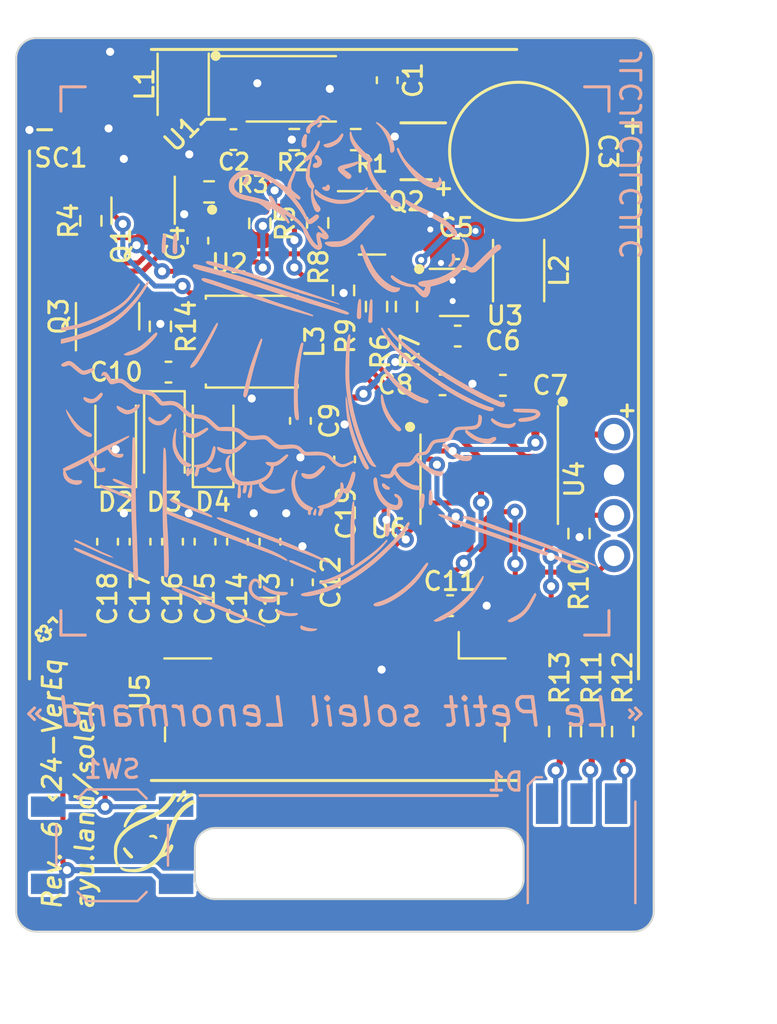
<source format=kicad_pcb>
(kicad_pcb (version 20221018) (generator pcbnew)
  (layers (0 "F.Cu" signal) (31 "B.Cu" signal) (34 "B.Paste" user) (35 "F.Paste" user) (36 "B.SilkS" user "B.Silkscreen") (37 "F.SilkS" user "F.Silkscreen") (38 "B.Mask" user) (39 "F.Mask" user) (44 "Edge.Cuts" user))
  (net 0 "")
  (net 1 "Net-(SC1-+)")
  (net 2 "GND")
  (net 3 "VDD")
  (net 4 "VRI")
  (net 5 "Net-(D2-A)")
  (net 6 "EP_VGH")
  (net 7 "Net-(D4-A)")
  (net 8 "EP_VGL")
  (net 9 "Net-(U5-VSH2)")
  (net 10 "SWCLK")
  (net 11 "SWDIO")
  (net 12 "Net-(U5-VDD)")
  (net 13 "EP_GDR")
  (net 14 "EP_RESE")
  (net 15 "Net-(U5-VSH1)")
  (net 16 "Net-(U5-VSL)")
  (net 17 "EP_BUSY")
  (net 18 "EP_NRST")
  (net 19 "EP_DCC")
  (net 20 "Net-(U5-VCOM)")
  (net 21 "Net-(D1-BA)")
  (net 22 "Net-(D1-RA)")
  (net 23 "Net-(D1-GA)")
  (net 24 "Net-(U1-LX)")
  (net 25 "Net-(U3-L)")
  (net 26 "Net-(Q1-B)")
  (net 27 "Net-(U2-Y2)")
  (net 28 "PWR_LATCH")
  (net 29 "Net-(U3-FB)")
  (net 30 "Net-(U1-VCTRL)")
  (net 31 "FLASH_CSN")
  (net 34 "VCAP")
  (net 35 "EP_CSN")
  (net 36 "SPI_SCK")
  (net 37 "SPI_MISO")
  (net 38 "SPI_MOSI")
  (net 40 "BTN_INTR")
  (net 41 "LED_R")
  (net 42 "LED_G")
  (net 43 "LED_B")
  (net 50 "VRI_SENSE")
  (footprint "Capacitor_SMD:C_0603_1608Metric" (layer "F.Cu") (at 18.6 34.2 -90)
    (fp_text reference "C13")
    (fp_text value "1u")
  )
  (footprint "Capacitor_SMD:C_0603_1608Metric" (layer "F.Cu") (at 13.8 34.2 -90)
    (fp_text reference "C16")
    (fp_text value "1u")
  )
  (footprint "Inductor_SMD:L_Sunlord_SWPA4020S" (layer "F.Cu") (at 17.7 24.35 180)
    (fp_text reference "L3")
    (fp_text value "47u")
  )
  (footprint "Resistor_SMD:R_0603_1608Metric" (layer "F.Cu") (at 15.6 16.975)
    (fp_text reference "R3")
    (fp_text value "470k")
  )
  (footprint "Resistor_SMD:R_0603_1608Metric" (layer "F.Cu") (at 9.775 18.4 -90)
    (fp_text reference "R4")
    (fp_text value "470k")
  )
  (footprint "Capacitor_SMD:C_0603_1608Metric" (layer "F.Cu") (at 20.1 28.25 -90)
    (fp_text reference "C9")
    (fp_text value "1u")
  )
  (footprint "Soleil_footprints:DMS3R3" (layer "F.Cu") (at 30.85 14.975 180)
    (fp_text reference "C3")
    (fp_text value "220m")
  )
  (footprint "Capacitor_SMD:C_0603_1608Metric" (layer "F.Cu") (at 27.1 26.475 180)
    (fp_text reference "C8")
    (fp_text value "4.7u")
  )
  (footprint "Resistor_SMD:R_0603_1608Metric" (layer "F.Cu") (at 22.825 14.4 180)
    (fp_text reference "R1")
    (fp_text value "360k")
  )
  (footprint "Resistor_SMD:R_0603_1608Metric" (layer "F.Cu") (at 33.825 33.8 -90)
    (fp_text reference "R10")
    (fp_text value "1M")
  )
  (footprint "Diode_SMD:D_SOD-123" (layer "F.Cu") (at 13.4 29.15 -90)
    (fp_text reference "D3")
    (fp_text value "MBR0530")
  )
  (footprint "Capacitor_SMD:C_0603_1608Metric" (layer "F.Cu") (at 24.375 11.475 -90)
    (fp_text reference "C1")
    (fp_text value "10u")
  )
  (footprint "Capacitor_SMD:C_0603_1608Metric" (layer "F.Cu") (at 15.05 19.375 -90)
    (fp_text reference "C4")
    (fp_text value "100n")
  )
  (footprint "Resistor_SMD:R_0603_1608Metric" (layer "F.Cu") (at 20.95 18.5 90)
    (fp_text reference "R8")
    (fp_text value "1M")
  )
  (footprint "Soleil_footprints:FPC_1x24_P0.5" (layer "F.Cu") (at 21.8 40.9)
    (fp_text reference "U5")
    (fp_text value "ZJY200200-0154DAAMFGN")
  )
  (footprint "Resistor_SMD:R_0603_1608Metric" (layer "F.Cu") (at 35.975 43.55 90)
    (fp_text reference "R12")
    (fp_text value "4.7k")
  )
  (footprint "Capacitor_SMD:C_0603_1608Metric" (layer "F.Cu") (at 22.275 30.15 -90)
    (fp_text reference "C19")
    (fp_text value "100n")
  )
  (footprint "Package_TO_SOT_SMD:Texas_R-PDSO-G6" (layer "F.Cu") (at 27.675 21.925)
    (fp_text reference "U3")
    (fp_text value "TPS61220DCK")
  )
  (footprint "Capacitor_SMD:C_0603_1608Metric" (layer "F.Cu") (at 10.6 34.2 -90)
    (fp_text reference "C18")
    (fp_text value "1u")
  )
  (footprint "Capacitor_SMD:C_0603_1608Metric" (layer "F.Cu") (at 15.4 34.2 -90)
    (fp_text reference "C15")
    (fp_text value "1u")
  )
  (footprint "Package_TO_SOT_SMD:SOT-23" (layer "F.Cu") (at 12.35 17.9 -90)
    (fp_text reference "Q1")
    (fp_text value "MMBT3904")
  )
  (footprint "Inductor_SMD:L_Sunlord_SWPA252012S" (layer "F.Cu") (at 30.85 20.85 -90)
    (fp_text reference "L2")
    (fp_text value "10u")
  )
  (footprint "Soleil_footprints:SON50P300X200X60-9N" (layer "F.Cu") (at 24.4 30.75 -90)
    (fp_text reference "U6")
    (fp_text value "W25Q16JVUXIQ" hide)
  )
  (footprint "Resistor_SMD:R_0603_1608Metric" (layer "F.Cu") (at 34.45 43.55 90)
    (fp_text reference "R11")
    (fp_text value "4.7k")
  )
  (footprint "Capacitor_SMD:C_0603_1608Metric" (layer "F.Cu") (at 12.2 34.2 -90)
    (fp_text reference "C17")
    (fp_text value "1u")
  )
  (footprint "Capacitor_SMD:C_0603_1608Metric" (layer "F.Cu") (at 27.775 19.775 180)
    (fp_text reference "C5")
    (fp_text value "10u")
  )
  (footprint "Soleil_footprints:TestPoints_1x04_P2.0" (layer "F.Cu") (at 35.55 31.9 -90)
    (fp_text reference "J1" hide)
    (fp_text value "Conn_01x04")
  )
  (footprint "Soleil_footprints:SolarPanel_3025" (layer "F.Cu") (at 21.755 27.96)
    (fp_text reference "SC1")
    (fp_text value "Solar_Cell")
  )
  (footprint "Package_TO_SOT_SMD:SOT-23" (layer "F.Cu") (at 10.6 23.1 90)
    (fp_text reference "Q3")
    (fp_text value "2N7002")
  )
  (footprint "Capacitor_SMD:C_0603_1608Metric" (layer "F.Cu") (at 27.85 24.075 180)
    (fp_text reference "C6")
    (fp_text value "10u")
  )
  (footprint "Diode_SMD:D_SOD-123" (layer "F.Cu") (at 15.8 29.15 90)
    (fp_text reference "D4")
    (fp_text value "MBR0530")
  )
  (footprint "Resistor_SMD:R_0603_1608Metric" (layer "F.Cu") (at 13.2 23.6 90)
    (fp_text reference "R14")
    (fp_text value "2.2")
  )
  (footprint "Resistor_SMD:R_0603_1608Metric" (layer "F.Cu") (at 18.1 18.525 90)
    (fp_text reference "R5")
    (fp_text value "1M")
  )
  (footprint "Capacitor_SMD:C_0603_1608Metric" (layer "F.Cu") (at 27.475 37.35 180)
    (fp_text reference "C11")
    (fp_text value "1u")
  )
  (footprint "Capacitor_SMD:C_0603_1608Metric" (layer "F.Cu") (at 17 34.2 -90)
    (fp_text reference "C14")
    (fp_text value "1u")
  )
  (footprint "Soleil_footprints:XS3A1T3157GMX" (layer "F.Cu") (at 16.6 18.85)
    (fp_text reference "U2")
    (fp_text value "XS3A1T3157GMX" hide)
  )
  (footprint "Package_TO_SOT_SMD:SOT-23" (layer "F.Cu") (at 23.625 18.5)
    (fp_text reference "Q2")
    (fp_text value "Si2301")
  )
  (footprint "Package_SO:TSSOP-8_4.4x3mm_P0.65mm" (layer "F.Cu") (at 19.65 11.9)
    (fp_text reference "U1")
    (fp_text value "SPV1040TTR")
  )
  (footprint "Capacitor_SMD:C_0603_1608Metric" (layer "F.Cu") (at 20.2 36.2 -90)
    (fp_text reference "C12")
    (fp_text value "1u")
  )
  (footprint "Resistor_SMD:R_0603_1608Metric" (layer "F.Cu") (at 19.8 14.4 180)
    (fp_text reference "R2")
    (fp_text value "220k")
  )
  (footprint "Capacitor_SMD:C_0603_1608Metric" (layer "F.Cu") (at 13.6 25.85)
    (fp_text reference "C10")
    (fp_text value "1u")
  )
  (footprint "Capacitor_SMD:C_0603_1608Metric" (layer "F.Cu") (at 30.075 26.5)
    (fp_text reference "C7")
    (fp_text value "100n")
  )
  (footprint "LOGO" (layer "F.Cu") (at 13 48.4 90)
    (fp_text reference "G***" hide)
    (fp_text value "LOGO" hide)
  )
  (footprint "Resistor_SMD:R_0603_1608Metric" (layer "F.Cu") (at 32.875 43.55 90)
    (fp_text reference "R13")
    (fp_text value "4.7k")
  )
  (footprint "Resistor_SMD:R_0603_1608Metric" (layer "F.Cu") (at 23.85 22.625 90)
    (fp_text reference "R6")
    (fp_text value "560k")
  )
  (footprint "Resistor_SMD:R_0603_1608Metric" (layer "F.Cu") (at 22.225 21.825 -90)
    (fp_text reference "R9")
    (fp_text value "1M")
  )
  (footprint "Package_SO:TSSOP-20_4.4x6.5mm_P0.65mm" (layer "F.Cu") (at 29.4 31.125 -90)
    (fp_text reference "U4")
    (fp_text value "STM32G030F6Px")
  )
  (footprint "Inductor_SMD:L_Sunlord_SWPA252012S" (layer "F.Cu") (at 14.325 11.675 -90)
    (fp_text reference "L1")
    (fp_text value "10u")
  )
  (footprint "Diode_SMD:D_SOD-123" (layer "F.Cu") (at 11 29.15 90)
    (fp_text reference "D2")
    (fp_text value "MBR0530")
  )
  (footprint "Capacitor_SMD:C_0603_1608Metric" (layer "F.Cu") (at 16.8 14.4 180)
    (fp_text reference "C2")
    (fp_text value "10u")
  )
  (footprint "Resistor_SMD:R_0603_1608Metric" (layer "F.Cu") (at 25.325 22.625 -90)
    (fp_text reference "R7")
    (fp_text value "100k")
  )
  (footprint "LOGO" (layer "B.Cu") (at 21.8 25.3 180)
    (fp_text reference "G***" hide)
    (fp_text value "LOGO" hide)
  )
  (footprint "Button_Switch_SMD:SW_SPST_TL3342" (layer "B.Cu") (at 10.825 49.15 180)
    (fp_text reference "SW1")
    (fp_text value "SW_Push")
  )
  (footprint "Soleil_footprints:LED_BRG_KA_5050-6" (layer "B.Cu") (at 33.95 49.5 -90)
    (fp_text reference "D1")
    (fp_text value "LED_RGB")
  )
  (gr_line (start 8.3 11.8) (end 8.3 13) (stroke (width 0.15)) (layer "B.SilkS"))
  (gr_line (start 34.1 38.8) (end 35.3 38.8) (stroke (width 0.15)) (layer "B.SilkS"))
  (gr_line (start 35.3 13) (end 35.3 11.8) (stroke (width 0.15)) (layer "B.SilkS"))
  (gr_line (start 8.3 37.6) (end 8.3 38.8) (stroke (width 0.15)) (layer "B.SilkS"))
  (gr_line (start 29.8 46.7) (end 15.15 46.7) (stroke (width 0.15)) (layer "B.SilkS"))
  (gr_line (start 9.5 11.8) (end 8.3 11.8) (stroke (width 0.15)) (layer "B.SilkS"))
  (gr_line (start 8.3 38.8) (end 9.5 38.8) (stroke (width 0.15)) (layer "B.SilkS"))
  (gr_line (start 35.3 11.8) (end 34.1 11.8) (stroke (width 0.15)) (layer "B.SilkS"))
  (gr_line (start 35.3 38.8) (end 35.3 37.6) (stroke (width 0.15)) (layer "B.SilkS"))
  (gr_circle (center 15.75 17.85) (end 16 17.85) (fill solid) (layer "F.SilkS"))
  (gr_line (start 15.2 13.65) (end 15.45 13.4) (stroke (width 0.15)) (layer "F.SilkS"))
  (gr_circle (center 15.925 10.275) (end 16.175 10.275) (fill solid) (layer "F.SilkS"))
  (gr_line (start 15.45 13.4) (end 16.375 13.4) (stroke (width 0.15)) (layer "F.SilkS"))
  (gr_circle (center 33.025 27.3) (end 33.275 27.3) (fill solid) (layer "F.SilkS"))
  (gr_line (start 7.7 46.725) (end 7.9 46.925) (stroke (width 0.15)) (layer "F.SilkS"))
  (gr_circle (center 25.95 20.775) (end 25.7 20.775) (fill solid) (layer "F.SilkS"))
  (gr_arc (start 7.267264 38.835068) (mid 7.080308 38.676576) (end 7.314428 38.604069) (stroke (width 0.15)) (layer "F.SilkS"))
  (gr_line (start 7.7 38.15) (end 7.9 37.95) (stroke (width 0.15)) (layer "F.SilkS"))
  (gr_arc (start 7.805316 38.526584) (mid 7.713375 38.606124) (end 7.6 38.65) (stroke (width 0.15)) (layer "F.SilkS"))
  (gr_line (start 7.9 37.95) (end 8.1 38.15) (stroke (width 0.15)) (layer "F.SilkS"))
  (gr_line (start 7.9 46.925) (end 8.1 46.725) (stroke (width 0.15)) (layer "F.SilkS"))
  (gr_arc (start 7.555317 38.652565) (mid 7.769247 38.89334) (end 7.451039 38.943341) (stroke (width 0.15)) (layer "F.SilkS"))
  (gr_arc (start 7.335158 38.610388) (mid 7.480393 38.351575) (end 7.556207 38.638449) (stroke (width 0.15)) (layer "F.SilkS"))
  (gr_arc (start 7.459507 38.995062) (mid 7.283157 39.077745) (end 7.215919 38.894947) (stroke (width 0.15)) (layer "F.SilkS"))
  (gr_circle (center 25.5 28.55) (end 25.75 28.55) (fill solid) (layer "F.SilkS"))
  (gr_arc (start 7.1 53.4) (mid 6.392893 53.107107) (end 6.1 52.4) (stroke (width 0.1)) (layer "Edge.Cuts"))
  (gr_line (start 6.1 52.4) (end 6.1 10.4) (stroke (width 0.1)) (layer "Edge.Cuts"))
  (gr_arc (start 6.1 10.4) (mid 6.392893 9.692893) (end 7.1 9.4) (stroke (width 0.1)) (layer "Edge.Cuts"))
  (gr_arc (start 31.1 50.8) (mid 30.807107 51.507107) (end 30.1 51.8) (stroke (width 0.1)) (layer "Edge.Cuts"))
  (gr_arc (start 15.9 51.8) (mid 15.192893 51.507107) (end 14.9 50.8) (stroke (width 0.1)) (layer "Edge.Cuts"))
  (gr_arc (start 37.5 52.4) (mid 37.207107 53.107107) (end 36.5 53.4) (stroke (width 0.1)) (layer "Edge.Cuts"))
  (gr_arc (start 14.9 49.3) (mid 15.192893 48.592893) (end 15.9 48.3) (stroke (width 0.1)) (layer "Edge.Cuts"))
  (gr_line (start 31.1 49.3) (end 31.1 50.8) (stroke (width 0.1)) (layer "Edge.Cuts"))
  (gr_arc (start 30.1 48.3) (mid 30.807107 48.592893) (end 31.1 49.3) (stroke (width 0.1)) (layer "Edge.Cuts"))
  (gr_line (start 30.1 51.8) (end 15.9 51.8) (stroke (width 0.1)) (layer "Edge.Cuts"))
  (gr_line (start 7.1 9.4) (end 36.5 9.4) (stroke (width 0.1)) (layer "Edge.Cuts"))
  (gr_line (start 14.9 49.3) (end 14.9 50.8) (stroke (width 0.1)) (layer "Edge.Cuts"))
  (gr_line (start 37.5 52.4) (end 37.5 10.4) (stroke (width 0.1)) (layer "Edge.Cuts"))
  (gr_line (start 7.1 53.4) (end 36.5 53.4) (stroke (width 0.1)) (layer "Edge.Cuts"))
  (gr_line (start 30.1 48.3) (end 15.9 48.3) (stroke (width 0.1)) (layer "Edge.Cuts"))
  (gr_arc (start 36.5 9.4) (mid 37.207107 9.692893) (end 37.5 10.4) (stroke (width 0.1)) (layer "Edge.Cuts"))
  (gr_text "Le Petit soleil Lenormand" (at 21.8 43.4) (layer "B.SilkS") (effects (font (size 1.38 1.38) (thickness 0.18) italic) (justify bottom mirror)))
  (gr_text "»" (at 7 42.6) (layer "B.SilkS") (effects (font (size 1 1) (thickness 0.15) bold) (justify mirror)))
  (gr_text "JLCJLCJLCJLC" (at 37 9.9 90) (layer "B.SilkS") (effects (font (size 1 1)) (justify left bottom mirror)))
  (gr_text "«" (at 36.6 42.6) (layer "B.SilkS") (effects (font (size 1 1) (thickness 0.15) bold) (justify mirror)))
  (gr_text "24-VerEq" (at 8.4 46.625 90) (layer "F.SilkS") (effects (font (size 0.9 0.9) (thickness 0.15) italic) (justify left bottom)))
  (gr_text "Rev. 6" (at 8.4 52.4 90) (layer "F.SilkS") (effects (font (size 0.9 0.9) (thickness 0.15) italic) (justify left bottom)))
  (gr_text "+" (at 36.475 14.2) (layer "F.SilkS") (effects (font (size 0.9 0.9) (thickness 0.15) bold) (justify bottom)))
  (gr_text "-" (at 7.5 14.375) (layer "F.SilkS") (effects (font (size 0.9 0.9) (thickness 0.15) bold) (justify bottom)))
  (gr_text "ayu.land/soleil" (at 10 52.4 90) (layer "F.SilkS") (effects (font (size 0.9 0.9) (thickness 0.15) bold italic) (justify left bottom)))
  (segment (start 16.7875 10.925) (end 14.4 10.925) (width 0.3) (layer "F.Cu") (net 1))
  (segment (start 35.09 11.625) (end 35.255 11.46) (width 0.5) (layer "F.Cu") (net 1))
  (segment (start 24.375 10.7) (end 24.15 10.925) (width 0.3) (layer "F.Cu") (net 1))
  (segment (start 25.3 11.625) (end 35.09 11.625) (width 0.5) (layer "F.Cu") (net 1))
  (segment (start 24.15 10.925) (end 22.5125 10.925) (width 0.3) (layer "F.Cu") (net 1))
  (segment (start 14.4 10.925) (end 14.325 10.85) (width 0.3) (layer "F.Cu") (net 1))
  (segment (start 24.375 10.7) (end 24.5 10.825) (width 0.5) (layer "F.Cu") (net 1))
  (segment (start 16.7875 10.925) (end 22.5125 10.925) (width 0.3) (layer "F.Cu") (net 1))
  (segment (start 24.375 10.7) (end 25.3 11.625) (width 0.5) (layer "F.Cu") (net 1))
  (segment (start 33.85 33.975) (end 33.825 34) (width 0.25) (layer "F.Cu") (net 2))
  (segment (start 19.55 38.575) (end 19.55 39.3) (width 0.3) (layer "F.Cu") (net 2))
  (segment (start 22.275 29.375) (end 23.625 29.375) (width 0.25) (layer "F.Cu") (net 2))
  (segment (start 26.575 22.575) (end 25.6 22.575) (width 0.3) (layer "F.Cu") (net 2))
  (segment (start 18.975 14.4) (end 19.675 14.4) (width 0.25) (layer "F.Cu") (net 2))
  (segment (start 29.725 26.925) (end 29.725 28.2625) (width 0.25) (layer "F.Cu") (net 2))
  (segment (start 15.05 18.6) (end 14.9 18.6) (width 0.25) (layer "F.Cu") (net 2))
  (segment (start 17.976808 11.625) (end 17.926808 11.575) (width 0.25) (layer "F.Cu") (net 2))
  (segment (start 19.375 36.35) (end 19.375 38.4) (width 0.3) (layer "F.Cu") (net 2))
  (segment (start 22.225 22.65) (end 22.225 21.954596) (width 0.25) (layer "F.Cu") (net 2))
  (segment (start 15.3 18.85) (end 16.3 18.85) (width 0.25) (layer "F.Cu") (net 2))
  (segment (start 26.1 14.225) (end 24.775 14.225) (width 0.25) (layer "F.Cu") (net 2))
  (segment (start 24.05 39.3) (end 24.05 40.45) (width 0.25) (layer "F.Cu") (net 2))
  (segment (start 15.05 18.6) (end 15.3 18.85) (width 0.25) (layer "F.Cu") (net 2))
  (segment (start 20.375 35.425) (end 20.3 35.425) (width 0.3) (layer "F.Cu") (net 2))
  (segment (start 24.775 14.225) (end 24.75 14.25) (width 0.25) (layer "F.Cu") (net 2))
  (segment (start 11.4 16.9625) (end 11.4 15.725) (width 0.25) (layer "F.Cu") (net 2))
  (segment (start 20.2 35.425) (end 19.375 36.25) (width 0.25) (layer "F.Cu") (net 2))
  (segment (start 33.825 34) (end 33.825 34.625) (width 0.25) (layer "F.Cu") (net 2))
  (segment (start 22.225 21.954596) (end 22.227298 21.952298) (width 0.25) (layer "F.Cu") (net 2))
  (segment (start 19.375 36.25) (end 19.375 36.35) (width 0.25) (layer "F.Cu") (net 2))
  (segment (start 24.05 40.45) (end 24.1 40.5) (width 0.25) (layer "F.Cu") (net 2))
  (segment (start 25.325 22.85) (end 25.325 23.45) (width 0.3) (layer "F.Cu") (net 2))
  (segment (start 19.375 38.4) (end 19.55 38.575) (width 0.3) (layer "F.Cu") (net 2))
  (segment (start 29.3 26.5) (end 29.725 26.925) (width 0.25) (layer "F.Cu") (net 2))
  (segment (start 13.2 23.475) (end 13.2 22.775) (width 0.25) (layer "F.Cu") (net 2))
  (segment (start 17.926808 11.575) (end 16.7875 11.575) (width 0.25) (layer "F.Cu") (net 2))
  (segment (start 14.9 18.6) (end 14.375 18.075) (width 0.25) (layer "F.Cu") (net 2))
  (segment (start 22.275 29.375) (end 22.275 28.425) (width 0.25) (layer "F.Cu") (net 2))
  (segment (start 28.25 37.35) (end 29.275 37.35) (width 0.25) (layer "F.Cu") (net 2))
  (segment (start 25.6 22.575) (end 25.325 22.85) (width 0.3) (layer "F.Cu") (net 2))
  (segment (start 23.625 29.375) (end 23.65 29.35) (width 0.25) (layer "F.Cu") (net 2))
  (via (at 11.4 32.8) (size 0.8) (drill 0.4) (layers "F.Cu" "B.Cu") (net 2))
  (via (at 28.575 26.425) (size 0.8) (drill 0.4) (layers "F.Cu" "B.Cu") (net 2))
  (via (at 17.976808 11.625) (size 0.8) (drill 0.4) (layers "F.Cu" "B.Cu") (net 2))
  (via (at 21.55 11.9) (size 0.8) (drill 0.4) (layers "F.Cu" "B.Cu") (net 2))
  (via (at 26.5 18.1) (size 0.6) (drill 0.3) (layers "F.Cu" "B.Cu") (net 2))
  (via (at 20.2 34.425) (size 0.8) (drill 0.4) (layers "F.Cu" "B.Cu") (net 2))
  (via (at 20.1 30.05) (size 0.8) (drill 0.4) (layers "F.Cu" "B.Cu") (net 2))
  (via (at 6.75 13.925) (size 0.8) (drill 0.4) (layers "F.Cu" "B.Cu") (net 2))
  (via (at 27.275 18.1) (size 0.6) (drill 0.3) (layers "F.Cu" "B.Cu") (net 2))
  (via (at 24.1 40.5) (size 0.8) (drill 0.4) (layers "F.Cu" "B.Cu") (net 2))
  (via (at 26.5 18.825) (size 0.6) (drill 0.3) (layers "F.Cu" "B.Cu") (net 2))
  (via (at 19.675 14.4) (size 0.8) (drill 0.4) (layers "F.Cu" "B.Cu") (net 2))
  (via (at 14.375 18.075) (size 0.8) (drill 0.4) (layers "F.Cu" "B.Cu") (net 2))
  (via (at 24.75 14.25) (size 0.8) (drill 0.4) (layers "F.Cu" "B.Cu") (net 2))
  (via (at 27.6 21.35) (size 0.6) (drill 0.3) (layers "F.Cu" "B.Cu") (net 2))
  (via (at 14.625 15.125) (size 0.8) (drill 0.4) (layers "F.Cu" "B.Cu") (net 2))
  (via (at 17.7 27.15) (size 0.8) (drill 0.4) (layers "F.Cu" "B.Cu") (net 2))
  (via (at 22.227298 21.952298) (size 0.8) (drill 0.4) (layers "F.Cu" "B.Cu") (net 2))
  (via (at 11.4 15.35) (size 0.8) (drill 0.4) (layers "F.Cu" "B.Cu") (net 2))
  (via (at 13.2 23.475) (size 0.8) (drill 0.4) (layers "F.Cu" "B.Cu") (net 2))
  (via (at 27.6 22.35) (size 0.6) (drill 0.3) (layers "F.Cu" "B.Cu") (net 2))
  (via (at 10.725 10.075) (size 0.8) (drill 0.4) (layers "F.Cu" "B.Cu") (net 2))
  (via (at 14.6 32.8) (size 0.8) (drill 0.4) (layers "F.Cu" "B.Cu") (net 2))
  (via (at 27.025 20.475) (size 0.6) (drill 0.3) (layers "F.Cu" "B.Cu") (net 2))
  (via (at 19.4 32.8) (size 0.8) (drill 0.4) (layers "F.Cu" "B.Cu") (net 2))
  (via (at 33.85 33.975) (size 0.8) (drill 0.4) (layers "F.Cu" "B.Cu") (net 2))
  (via (at 22.275 28.425) (size 0.8) (drill 0.4) (layers "F.Cu" "B.Cu") (net 2))
  (via (at 29.275 37.35) (size 0.8) (drill 0.4) (layers "F.Cu" "B.Cu") (net 2))
  (via (at 11 29.65) (size 0.8) (drill 0.4) (layers "F.Cu" "B.Cu") (net 2))
  (via (at 17.8 32.8) (size 0.8) (drill 0.4) (layers "F.Cu" "B.Cu") (net 2))
  (via (at 10.65 13.85) (size 0.8) (drill 0.4) (layers "F.Cu" "B.Cu") (net 2))
  (segment (start 27.2 24.85) (end 27.2 25.7) (width 0.3) (layer "F.Cu") (net 3))
  (segment (start 30.375 28.2625) (end 30.375 29.25) (width 0.3) (layer "F.Cu") (net 3))
  (segment (start 23.207016 26.917984) (end 23.025 27.1) (width 0.3) (layer "F.Cu") (net 3))
  (segment (start 21.378929 30.95) (end 21.378929 35.796071) (width 0.3) (layer "F.Cu") (net 3))
  (segment (start 27.85 24.85) (end 28.625 24.075) (width 0.3) (layer "F.Cu") (net 3))
  (segment (start 21.403929 30.925) (end 21.378929 30.95) (width 0.25) (layer "F.Cu") (net 3))
  (segment (start 27.2 25.7) (end 27.1 25.7) (width 0.3) (layer "F.Cu") (net 3))
  (segment (start 14.629245 21.949998) (end 18.174998 21.949998) (width 0.25) (layer "F.Cu") (net 3))
  (segment (start 20.1 26.55) (end 19.2 25.65) (width 0.3) (layer "F.Cu") (net 3))
  (segment (start 11.35 18.55) (end 10.375 17.575) (width 0.25) (layer "F.Cu") (net 3))
  (segment (start 27.85 24.85) (end 25.25 24.85) (width 0.3) (layer "F.Cu") (net 3))
  (segment (start 30.375 27.606544) (end 30.375 28.2625) (width 0.3) (layer "F.Cu") (net 3))
  (segment (start 30.375 26.975) (end 30.375 28.2625) (width 0.25) (layer "F.Cu") (net 3))
  (segment (start 19.2 22.975) (end 19.2 24.35) (width 0.25) (layer "F.Cu") (net 3))
  (segment (start 18.174998 21.949998) (end 19.2 22.975) (width 0.25) (layer "F.Cu") (net 3))
  (segment (start 21.378929 35.796071) (end 20.2 36.975) (width 0.3) (layer "F.Cu") (net 3))
  (segment (start 25.15 31.65) (end 25.15 32.15) (width 0.25) (layer "F.Cu") (net 3))
  (segment (start 23.025 27.1) (end 20.475 27.1) (width 0.3) (layer "F.Cu") (net 3))
  (segment (start 30.05 25.7) (end 30.85 26.5) (width 0.3) (layer "F.Cu") (net 3))
  (segment (start 30.85 26.5) (end 30.375 26.975) (width 0.25) (layer "F.Cu") (net 3))
  (segment (start 27.1 25.7) (end 26.325 26.475) (width 0.3) (layer "F.Cu") (net 3))
  (segment (start 34.45 28.925) (end 35.525 28.925) (width 0.3) (layer "F.Cu") (net 3))
  (segment (start 22.275 30.925) (end 21.403929 30.925) (width 0.25) (layer "F.Cu") (net 3))
  (segment (start 14.290019 21.610772) (end 14.629245 21.949998) (width 0.25) (layer "F.Cu") (net 3))
  (segment (start 10.375 17.575) (end 9.775 17.575) (width 0.25) (layer "F.Cu") (net 3))
  (segment (start 31.15 30.025) (end 33.35 30.025) (width 0.3) (layer "F.Cu") (net 3))
  (segment (start 21.378929 28.403929) (end 21.378929 30.95) (width 0.3) (layer "F.Cu") (net 3))
  (segment (start 19.2 25.65) (end 19.2 24.35) (width 0.3) (layer "F.Cu") (net 3))
  (segment (start 30.05 25.7) (end 27.2 25.7) (width 0.3) (layer "F.Cu") (net 3))
  (segment (start 24.775 25.35) (end 25.25 24.875) (width 0.25) (layer "F.Cu") (net 3))
  (segment (start 35.525 28.925) (end 35.55 28.9) (width 0.3) (layer "F.Cu") (net 3))
  (segment (start 33.35 30.025) (end 34.45 28.925) (width 0.3) (layer "F.Cu") (net 3))
  (segment (start 24.925 31.425) (end 25.15 31.65) (width 0.25) (layer "F.Cu") (net 3))
  (segment (start 20.1 26.55) (end 20.1 27.475) (width 0.3) (layer "F.Cu") (net 3))
  (segment (start 22.275 30.925) (end 22.775 31.425) (width 0.25) (layer "F.Cu") (net 3))
  (segment (start 20.1 27.125) (end 21.378929 28.403929) (width 0.3) (layer "F.Cu") (net 3))
  (segment (start 30.375 29.25) (end 31.15 30.025) (width 0.3) (layer "F.Cu") (net 3))
  (segment (start 25.25 24.875) (end 25.25 24.85) (width 0.25) (layer "F.Cu") (net 3))
  (segment (start 23.85 23.45) (end 25.25 24.85) (width 0.3) (layer "F.Cu") (net 3))
  (segment (start 22.775 31.425) (end 24.925 31.425) (width 0.25) (layer "F.Cu") (net 3))
  (segment (start 20.475 27.1) (end 20.1 27.475) (width 0.3) (layer "F.Cu") (net 3))
  (via (at 23.207016 26.917984) (size 0.8) (drill 0.4) (layers "F.Cu" "B.Cu") (net 3))
  (via (at 14.290019 21.610772) (size 0.8) (drill 0.4) (layers "F.Cu" "B.Cu") (net 3))
  (via (at 24.775 25.35) (size 0.8) (drill 0.4) (layers "F.Cu" "B.Cu") (net 3))
  (via (at 11.35 18.55) (size 0.8) (drill 0.4) (layers "F.Cu" "B.Cu") (net 3))
  (segment (start 12.935772 21.610772) (end 11.35 20.025) (width 0.25) (layer "B.Cu") (net 3))
  (segment (start 11.35 20.025) (end 11.35 18.55) (width 0.25) (layer "B.Cu") (net 3))
  (segment (start 14.290019 21.610772) (end 12.935772 21.610772) (width 0.25) (layer "B.Cu") (net 3))
  (segment (start 23.207016 26.917984) (end 24.775 25.35) (width 0.3) (layer "B.Cu") (net 3))
  (segment (start 26.05 20.85) (end 26.475 21.275) (width 0.3) (layer "F.Cu") (net 4))
  (segment (start 28.8 20.025) (end 28.55 19.775) (width 0.3) (layer "F.Cu") (net 4))
  (segment (start 28.075 17.3) (end 24.280196 17.3) (width 0.25) (layer "F.Cu") (net 4))
  (segment (start 26.475 21.275) (end 26.575 21.275) (width 0.3) (layer "F.Cu") (net 4))
  (segment (start 23.35 19.075) (end 22.975 19.45) (width 0.25) (layer "F.Cu") (net 4))
  (segment (start 23.35 18.230196) (end 23.35 19.075) (width 0.25) (layer "F.Cu") (net 4))
  (segment (start 16.9 19.35) (end 17.35 19.35) (width 0.25) (layer "F.Cu") (net 4))
  (segment (start 17.35 19.35) (end 17.35 19.752292) (width 0.25) (layer "F.Cu") (net 4))
  (segment (start 21.075 19.45) (end 20.95 19.325) (width 0.25) (layer "F.Cu") (net 4))
  (segment (start 24.280196 17.3) (end 23.35 18.230196) (width 0.25) (layer "F.Cu") (net 4))
  (segment (start 17.35 19.752292) (end 17.622708 20.025) (width 0.25) (layer "F.Cu") (net 4))
  (segment (start 22.975 19.45) (end 22.6875 19.45) (width 0.25) (layer "F.Cu") (net 4))
  (segment (start 26.05 20.325) (end 26.05 20.85) (width 0.3) (layer "F.Cu") (net 4))
  (segment (start 28.55 21.05) (end 28.775 21.275) (width 0.3) (layer "F.Cu") (net 4))
  (segment (start 28.55 19.775) (end 28.55 21.05) (width 0.3) (layer "F.Cu") (net 4))
  (segment (start 17.622708 20.025) (end 20.25 20.025) (width 0.25) (layer "F.Cu") (net 4))
  (segment (start 22.6875 19.45) (end 21.075 19.45) (width 0.25) (layer "F.Cu") (net 4))
  (segment (start 20.25 20.025) (end 20.95 19.325) (width 0.25) (layer "F.Cu") (net 4))
  (segment (start 30.85 20.025) (end 28.8 20.025) (width 0.3) (layer "F.Cu") (net 4))
  (via (at 28.725 18.9) (size 0.6) (drill 0.3) (layers "F.Cu" "B.Cu") (net 4))
  (via (at 26.05 20.325) (size 0.6) (drill 0.3) (layers "F.Cu" "B.Cu") (net 4))
  (segment (start 28.725 18.9) (end 27.475 18.9) (width 0.3) (layer "B.Cu") (net 4))
  (segment (start 27.475 18.9) (end 26.05 20.325) (width 0.3) (layer "B.Cu") (net 4))
  (segment (start 13.4 27.5) (end 13.4 26.425) (width 0.25) (layer "F.Cu") (net 5))
  (segment (start 13.4 26.425) (end 12.825 25.85) (width 0.25) (layer "F.Cu") (net 5))
  (segment (start 11 27.5) (end 13.4 27.5) (width 0.25) (layer "F.Cu") (net 5))
  (segment (start 15.8 30.8) (end 16.15 31.15) (width 0.25) (layer "F.Cu") (net 6))
  (segment (start 15.4 34.975) (end 17.55 37.125) (width 0.25) (layer "F.Cu") (net 6))
  (segment (start 16.15 34.225) (end 15.4 34.975) (width 0.25) (layer "F.Cu") (net 6))
  (segment (start 16.15 31.15) (end 16.15 34.225) (width 0.25) (layer "F.Cu") (net 6))
  (segment (start 15.4 34.975) (end 15.475 34.975) (width 0.25) (layer "F.Cu") (net 6))
  (segment (start 17.55 37.125) (end 17.55 39.3) (width 0.25) (layer "F.Cu") (net 6))
  (segment (start 10.6125 22.175) (end 10.825 22.175) (width 0.25) (layer "F.Cu") (net 7))
  (segment (start 14.4 25.85) (end 15 26.45) (width 0.25) (layer "F.Cu") (net 7))
  (segment (start 14.375 25.85) (end 15.9 25.85) (width 0.25) (layer "F.Cu") (net 7))
  (segment (start 15.725 27.5) (end 15.8 27.5) (width 0.25) (layer "F.Cu") (net 7))
  (segment (start 14.074998 22.349998) (end 15.524998 22.349998) (width 0.25) (layer "F.Cu") (net 7))
  (segment (start 10.925 22.075) (end 13.8 22.075) (width 0.25) (layer "F.Cu") (net 7))
  (segment (start 13.8 22.075) (end 14.074998 22.349998) (width 0.25) (layer "F.Cu") (net 7))
  (segment (start 10.6 22.1625) (end 10.6125 22.175) (width 0.25) (layer "F.Cu") (net 7))
  (segment (start 15 26.45) (end 15 26.775) (width 0.25) (layer "F.Cu") (net 7))
  (segment (start 14.375 25.85) (end 14.4 25.85) (width 0.25) (layer "F.Cu") (net 7))
  (segment (start 15.524998 22.349998) (end 16.2 23.025) (width 0.25) (layer "F.Cu") (net 7))
  (segment (start 10.825 22.175) (end 10.925 22.075) (width 0.25) (layer "F.Cu") (net 7))
  (segment (start 15 26.775) (end 15.725 27.5) (width 0.25) (layer "F.Cu") (net 7))
  (segment (start 16.2 23.025) (end 16.2 24.35) (width 0.25) (layer "F.Cu") (net 7))
  (segment (start 16.55 38.55) (end 16.55 39.3) (width 0.25) (layer "F.Cu") (net 8))
  (segment (start 15.025 37.8) (end 15.8 37.8) (width 0.25) (layer "F.Cu") (net 8))
  (segment (start 13.05 34.125) (end 12.2 34.975) (width 0.25) (layer "F.Cu") (net 8))
  (segment (start 12.2 34.975) (end 12.225 34.975) (width 0.25) (layer "F.Cu") (net 8))
  (segment (start 15.8 37.8) (end 16.55 38.55) (width 0.25) (layer "F.Cu") (net 8))
  (segment (start 13.4 30.8) (end 13.05 31.15) (width 0.25) (layer "F.Cu") (net 8))
  (segment (start 12.2 34.975) (end 15.025 37.8) (width 0.25) (layer "F.Cu") (net 8))
  (segment (start 13.05 31.15) (end 13.05 34.125) (width 0.25) (layer "F.Cu") (net 8))
  (segment (start 25.55 38.5) (end 25.55 39.3) (width 0.25) (layer "F.Cu") (net 9))
  (segment (start 26.7 37.35) (end 25.55 38.5) (width 0.25) (layer "F.Cu") (net 9))
  (segment (start 33.9 32.9) (end 35.55 32.9) (width 0.25) (layer "F.Cu") (net 10))
  (segment (start 31.675 33.9875) (end 31.675 33.250001) (width 0.25) (layer "F.Cu") (net 10))
  (segment (start 33.825 32.975) (end 33.9 32.9) (width 0.25) (layer "F.Cu") (net 10))
  (segment (start 31.950001 32.975) (end 33.825 32.975) (width 0.25) (layer "F.Cu") (net 10))
  (segment (start 31.675 33.250001) (end 31.950001 32.975) (width 0.25) (layer "F.Cu") (net 10))
  (segment (start 34.750001 35.699999) (end 35.55 34.9) (width 0.25) (layer "F.Cu") (net 11))
  (segment (start 32.116897 35.699999) (end 34.750001 35.699999) (width 0.25) (layer "F.Cu") (net 11))
  (segment (start 31.025 33.9875) (end 31.025 34.608102) (width 0.25) (layer "F.Cu") (net 11))
  (segment (start 31.025 34.608102) (end 32.116897 35.699999) (width 0.25) (layer "F.Cu") (net 11))
  (segment (start 18.85 35.225) (end 18.6 34.975) (width 0.25) (layer "F.Cu") (net 12))
  (segment (start 18.55 35.025) (end 18.6 34.975) (width 0.25) (layer "F.Cu") (net 12))
  (segment (start 18.55 39.3) (end 18.55 35.025) (width 0.25) (layer "F.Cu") (net 12))
  (segment (start 27.05 39.3) (end 27.05 40.265686) (width 0.25) (layer "F.Cu") (net 13))
  (segment (start 9.2 24.95) (end 9.65 24.5) (width 0.25) (layer "F.Cu") (net 13))
  (segment (start 9.859315 44.2) (end 9.2 43.540686) (width 0.25) (layer "F.Cu") (net 13))
  (segment (start 9.2 43.540686) (end 9.2 24.6) (width 0.25) (layer "F.Cu") (net 13))
  (segment (start 27.05 40.265686) (end 23.115685 44.2) (width 0.25) (layer "F.Cu") (net 13))
  (segment (start 9.65 24.5) (end 9.65 24.0375) (width 0.25) (layer "F.Cu") (net 13))
  (segment (start 23.115685 44.2) (end 9.859315 44.2) (width 0.25) (layer "F.Cu") (net 13))
  (segment (start 9.6 26.45) (end 11.55 24.5) (width 0.25) (layer "F.Cu") (net 14))
  (segment (start 9.6 43.375) (end 9.6 26.1) (width 0.25) (layer "F.Cu") (net 14))
  (segment (start 10.025 43.8) (end 9.6 43.375) (width 0.25) (layer "F.Cu") (net 14))
  (segment (start 22.95 43.8) (end 10.025 43.8) (width 0.25) (layer "F.Cu") (net 14))
  (segment (start 26.55 39.3) (end 26.55 40.2) (width 0.25) (layer "F.Cu") (net 14))
  (segment (start 26.55 40.2) (end 22.95 43.8) (width 0.25) (layer "F.Cu") (net 14))
  (segment (start 11.55 24.5) (end 11.55 24.0375) (width 0.25) (layer "F.Cu") (net 14))
  (segment (start 13.2 24.425) (end 11.7 24.425) (width 0.25) (layer "F.Cu") (net 14))
  (segment (start 17 34.975) (end 18.05 36.025) (width 0.25) (layer "F.Cu") (net 15))
  (segment (start 18.05 36.025) (end 18.05 39.3) (width 0.25) (layer "F.Cu") (net 15))
  (segment (start 13.8 34.975) (end 17.05 38.225) (width 0.25) (layer "F.Cu") (net 16))
  (segment (start 17.05 38.225) (end 17.05 39.3) (width 0.25) (layer "F.Cu") (net 16))
  (segment (start 13.8 34.975) (end 13.875 34.975) (width 0.25) (layer "F.Cu") (net 16))
  (segment (start 25.725 36.4) (end 28.615685 36.4) (width 0.25) (layer "F.Cu") (net 17))
  (segment (start 23.55 39.3) (end 23.55 38.575) (width 0.25) (layer "F.Cu") (net 17))
  (segment (start 28.615685 36.4) (end 30.375 34.640685) (width 0.25) (layer "F.Cu") (net 17))
  (segment (start 30.375 34.640685) (end 30.375 33.9875) (width 0.25) (layer "F.Cu") (net 17))
  (segment (start 23.55 38.575) (end 25.725 36.4) (width 0.25) (layer "F.Cu") (net 17))
  (segment (start 25.559315 36) (end 23.05 38.509314) (width 0.25) (layer "F.Cu") (net 18))
  (segment (start 23.05 38.509314) (end 23.05 39.3) (width 0.25) (layer "F.Cu") (net 18))
  (segment (start 28.3625 36) (end 25.559315 36) (width 0.25) (layer "F.Cu") (net 18))
  (segment (start 29.725 34.6375) (end 28.3625 36) (width 0.25) (layer "F.Cu") (net 18))
  (segment (start 29.725 33.9875) (end 29.725 34.6375) (width 0.25) (layer "F.Cu") (net 18))
  (segment (start 27.775 28.2625) (end 27.775 28.883102) (width 0.25) (layer "F.Cu") (net 19))
  (segment (start 22.55 38.443628) (end 22.55 39.3) (width 0.25) (layer "F.Cu") (net 19))
  (segment (start 25.393628 35.6) (end 22.55 38.443628) (width 0.25) (layer "F.Cu") (net 19))
  (segment (start 27.807904 35.6) (end 25.393628 35.6) (width 0.25) (layer "F.Cu") (net 19))
  (segment (start 29 30.143456) (end 27.775 28.918456) (width 0.3) (layer "F.Cu") (net 19))
  (segment (start 29 32.275) (end 29 30.143456) (width 0.3) (layer "F.Cu") (net 19))
  (segment (start 27.775 28.918456) (end 27.775 28.2625) (width 0.3) (layer "F.Cu") (net 19))
  (segment (start 28.155266 35.252638) (end 27.807904 35.6) (width 0.25) (layer "F.Cu") (net 19))
  (via (at 28.155266 35.252638) (size 0.8) (drill 0.4) (layers "F.Cu" "B.Cu") (net 19))
  (via (at 29 32.275) (size 0.8) (drill 0.4) (layers "F.Cu" "B.Cu") (net 19))
  (segment (start 28.155266 35.169734) (end 29 34.325) (width 0.25) (layer "B.Cu") (net 19))
  (segment (start 28.155266 35.252638) (end 28.155266 35.169734) (width 0.25) (layer "B.Cu") (net 19))
  (segment (start 29 34.325) (end 29 32.275) (width 0.25) (layer "B.Cu") (net 19))
  (segment (start 16.05 38.65) (end 15.7 38.3) (width 0.25) (layer "F.Cu") (net 20))
  (segment (start 13.925 38.3) (end 10.6 34.975) (width 0.25) (layer "F.Cu") (net 20))
  (segment (start 16.05 39.3) (end 16.05 38.65) (width 0.25) (layer "F.Cu") (net 20))
  (segment (start 15.7 38.3) (end 13.925 38.3) (width 0.25) (layer "F.Cu") (net 20))
  (segment (start 32.875 44.375) (end 32.875 44.5) (width 0.25) (layer "F.Cu") (net 21))
  (segment (start 32.875 45.1) (end 32.725 45.25) (width 0.3) (layer "F.Cu") (net 21))
  (segment (start 32.875 44.375) (end 32.875 45.1) (width 0.3) (layer "F.Cu") (net 21))
  (via (at 32.675 45.4675) (size 0.8) (drill 0.4) (layers "F.Cu" "B.Cu") (net 21))
  (segment (start 32.675 45.4675) (end 32.675 46.4925) (width 0.25) (layer "B.Cu") (net 21))
  (segment (start 32.675 46.4925) (end 32.25 46.9175) (width 0.25) (layer "B.Cu") (net 21))
  (segment (start 34.45 44.375) (end 34.45 45.1) (width 0.3) (layer "F.Cu") (net 22))
  (segment (start 34.45 45.1) (end 34.4 45.15) (width 0.3) (layer "F.Cu") (net 22))
  (via (at 34.375 45.4425) (size 0.8) (drill 0.4) (layers "F.Cu" "B.Cu") (net 22))
  (segment (start 34.375 46.4925) (end 33.95 46.9175) (width 0.25) (layer "B.Cu") (net 22))
  (segment (start 34.375 45.4425) (end 34.375 46.4925) (width 0.25) (layer "B.Cu") (net 22))
  (segment (start 35.975 45.1) (end 35.975 44.375) (width 0.3) (layer "F.Cu") (net 23))
  (segment (start 36.05 45.175) (end 35.975 45.1) (width 0.3) (layer "F.Cu") (net 23))
  (via (at 36.075 45.4425) (size 0.8) (drill 0.4) (layers "F.Cu" "B.Cu") (net 23))
  (segment (start 36.075 46.4925) (end 35.65 46.9175) (width 0.25) (layer "B.Cu") (net 23))
  (segment (start 36.075 45.4425) (end 36.075 46.4925) (width 0.25) (layer "B.Cu") (net 23))
  (segment (start 14.6 12.225) (end 14.325 12.5) (width 0.3) (layer "F.Cu") (net 24))
  (segment (start 16.7875 12.225) (end 14.6 12.225) (width 0.3) (layer "F.Cu") (net 24))
  (segment (start 14.4625 16.9625) (end 14.475 16.975) (width 0.25) (layer "F.Cu") (net 26))
  (segment (start 14.775 16.975) (end 13.3125 16.975) (width 0.25) (layer "F.Cu") (net 26))
  (segment (start 13.3125 16.975) (end 13.3 16.9625) (width 0.25) (layer "F.Cu") (net 26))
  (segment (start 12.680196 17.825) (end 12.680196 16.219804) (width 0.25) (layer "F.Cu") (net 27))
  (segment (start 12.104595 20.475) (end 12.925 19.654595) (width 0.25) (layer "F.Cu") (net 27))
  (segment (start 16.3 18.35) (end 16.3 17.1) (width 0.25) (layer "F.Cu") (net 27))
  (segment (start 8.475 50.075) (end 8.4 50) (width 0.25) (layer "F.Cu") (net 27))
  (segment (start 12.680196 16.219804) (end 12.95 15.95) (width 0.25) (layer "F.Cu") (net 27))
  (segment (start 16.3 17.1) (end 16.425 16.975) (width 0.25) (layer "F.Cu") (net 27))
  (segment (start 12.925 19.654595) (end 12.925 18.069804) (width 0.25) (layer "F.Cu") (net 27))
  (segment (start 10.129118 20.475) (end 12.104595 20.475) (width 0.25) (layer "F.Cu") (net 27))
  (segment (start 8.4 50) (end 8.4 22.204118) (width 0.25) (layer "F.Cu") (net 27))
  (segment (start 12.925 18.069804) (end 12.680196 17.825) (width 0.25) (layer "F.Cu") (net 27))
  (segment (start 8.4 22.204118) (end 10.129118 20.475) (width 0.25) (layer "F.Cu") (net 27))
  (segment (start 12.95 15.95) (end 15.4 15.95) (width 0.25) (layer "F.Cu") (net 27))
  (segment (start 15.4 15.95) (end 16.425 16.975) (width 0.25) (layer "F.Cu") (net 27))
  (via (at 8.6 50.375) (size 0.8) (drill 0.4) (layers "F.Cu" "B.Cu") (net 27))
  (segment (start 12.875 50.375) (end 8.6 50.375) (width 0.3) (layer "B.Cu") (net 27))
  (segment (start 8.6 50.375) (end 7.925 51.05) (width 0.25) (layer "B.Cu") (net 27))
  (segment (start 13.975 51.05) (end 13.55 51.05) (width 0.3) (layer "B.Cu") (net 27))
  (segment (start 13.55 51.05) (end 12.875 50.375) (width 0.3) (layer "B.Cu") (net 27))
  (segment (start 7.925 51.05) (end 7.675 51.05) (width 0.25) (layer "B.Cu") (net 27))
  (segment (start 16.9 18.35) (end 17.45 18.35) (width 0.25) (layer "F.Cu") (net 28))
  (segment (start 18.125 17.675) (end 18.1 17.7) (width 0.25) (layer "F.Cu") (net 28))
  (segment (start 20.95 17.675) (end 18.125 17.675) (width 0.25) (layer "F.Cu") (net 28))
  (segment (start 20.7 22.890686) (end 26.071814 28.2625) (width 0.25) (layer "F.Cu") (net 28))
  (segment (start 20.7 21.6) (end 20.7 22.890686) (width 0.25) (layer "F.Cu") (net 28))
  (segment (start 17.45 18.35) (end 18.1 17.7) (width 0.25) (layer "F.Cu") (net 28))
  (segment (start 19.8 20.7) (end 20.7 21.6) (width 0.25) (layer "F.Cu") (net 28))
  (segment (start 19.805208 19.35) (end 19.805208 17.675) (width 0.25) (layer "F.Cu") (net 28))
  (segment (start 20.95 17.675) (end 22.5625 17.675) (width 0.25) (layer "F.Cu") (net 28))
  (segment (start 22.5625 17.675) (end 22.6875 17.55) (width 0.25) (layer "F.Cu") (net 28))
  (segment (start 26.071814 28.2625) (end 26.475 28.2625) (width 0.25) (layer "F.Cu") (net 28))
  (via (at 19.8 20.7) (size 0.8) (drill 0.4) (layers "F.Cu" "B.Cu") (net 28))
  (via (at 19.805208 19.35) (size 0.8) (drill 0.4) (layers "F.Cu" "B.Cu") (net 28))
  (segment (start 19.805208 20.694792) (end 19.805208 19.35) (width 0.25) (layer "B.Cu") (net 28))
  (segment (start 19.8 20.7) (end 19.805208 20.694792) (width 0.25) (layer "B.Cu") (net 28))
  (segment (start 25.45 21.925) (end 25.325 21.8) (width 0.3) (layer "F.Cu") (net 29))
  (segment (start 25.325 21.8) (end 23.85 21.8) (width 0.3) (layer "F.Cu") (net 29))
  (segment (start 26.575 21.925) (end 25.45 21.925) (width 0.3) (layer "F.Cu") (net 29))
  (segment (start 22 12.875) (end 22.5125 12.875) (width 0.3) (layer "F.Cu") (net 30))
  (segment (start 22 14.4) (end 20.625 14.4) (width 0.3) (layer "F.Cu") (net 30))
  (segment (start 22 14.4) (end 22 12.875) (width 0.3) (layer "F.Cu") (net 30))
  (segment (start 27.5999 29.733306) (end 25.408306 29.733306) (width 0.25) (layer "F.Cu") (net 31))
  (segment (start 25.15 29.475) (end 25.15 29.35) (width 0.25) (layer "F.Cu") (net 31))
  (segment (start 31.675 29.325) (end 31.675 28.2625) (width 0.25) (layer "F.Cu") (net 31))
  (segment (start 25.408306 29.733306) (end 25.15 29.475) (width 0.25) (layer "F.Cu") (net 31))
  (via (at 31.675 29.325) (size 0.8) (drill 0.4) (layers "F.Cu" "B.Cu") (net 31))
  (via (at 27.5999 29.733306) (size 0.8) (drill 0.4) (layers "F.Cu" "B.Cu") (net 31))
  (segment (start 27.675654 29.657552) (end 31.342448 29.657552) (width 0.25) (layer "B.Cu") (net 31))
  (segment (start 31.342448 29.657552) (end 31.675 29.325) (width 0.25) (layer "B.Cu") (net 31))
  (segment (start 27.5999 29.733306) (end 27.675654 29.657552) (width 0.25) (layer "B.Cu") (net 31))
  (segment (start 15.325 20.425) (end 17.972568 20.425) (width 0.25) (layer "F.Cu") (net 34))
  (segment (start 17.575 14.4) (end 18.35 15.175) (width 0.3) (layer "F.Cu") (net 34))
  (segment (start 15.85 19.35) (end 15.05 20.15) (width 0.25) (layer "F.Cu") (net 34))
  (segment (start 18.35 16.422761) (end 18.827757 16.900518) (width 0.25) (layer "F.Cu") (net 34))
  (segment (start 18.35 15.175) (end 18.35 16.422761) (width 0.25) (layer "F.Cu") (net 34))
  (segment (start 13.040686 20.175) (end 15.025 20.175) (width 0.25) (layer "F.Cu") (net 34))
  (segment (start 10.3 20.875) (end 12.340686 20.875) (width 0.25) (layer "F.Cu") (net 34))
  (segment (start 17.575 14.4) (end 17.3 14.125) (width 0.25) (layer "F.Cu") (net 34))
  (segment (start 10.475 45.4) (end 8.8 43.725) (width 0.25) (layer "F.Cu") (net 34))
  (segment (start 17.972568 20.425) (end 18.247568 20.7) (width 0.25) (layer "F.Cu") (net 34))
  (segment (start 8.8 22.375) (end 10.3 20.875) (width 0.25) (layer "F.Cu") (net 34))
  (segment (start 16.9 18.85) (end 17.6 18.85) (width 0.25) (layer "F.Cu") (net 34))
  (segment (start 15.05 20.15) (end 15.325 20.425) (width 0.25) (layer "F.Cu") (net 34))
  (segment (start 17.3 12.875) (end 16.7875 12.875) (width 0.25) (layer "F.Cu") (net 34))
  (segment (start 17.6 18.85) (end 18.1 19.35) (width 0.25) (layer "F.Cu") (net 34))
  (segment (start 15.025 20.175) (end 15.05 20.15) (width 0.25) (layer "F.Cu") (net 34))
  (segment (start 24.85 15.725) (end 26.1 15.725) (width 0.3) (layer "F.Cu") (net 34))
  (segment (start 8.8 43.725) (end 8.8 22.375) (width 0.25) (layer "F.Cu") (net 34))
  (segment (start 18.35 15.175) (end 22.875 15.175) (width 0.3) (layer "F.Cu") (net 34))
  (segment (start 23.65 14.525) (end 24.85 15.725) (width 0.3) (layer "F.Cu") (net 34))
  (segment (start 17.3 14.125) (end 17.3 12.875) (width 0.25) (layer "F.Cu") (net 34))
  (segment (start 18.1 18.8) (end 18.25 18.65) (width 0.25) (layer "F.Cu") (net 34))
  (segment (start 22.875 15.175) (end 23.65 14.4) (width 0.3) (layer "F.Cu") (net 34))
  (segment (start 18.1 19.35) (end 18.1 18.8) (width 0.25) (layer "F.Cu") (net 34))
  (segment (start 12.340686 20.875) (end 13.040686 20.175) (width 0.25) (layer "F.Cu") (net 34))
  (segment (start 10.475 47.25) (end 10.475 45.4) (width 0.25) (layer "F.Cu") (net 34))
  (segment (start 23.65 14.4) (end 23.65 14.525) (width 0.3) (layer "F.Cu") (net 34))
  (segment (start 16.3 19.35) (end 15.85 19.35) (width 0.25) (layer "F.Cu") (net 34))
  (via (at 18.25 18.65) (size 0.8) (drill 0.4) (layers "F.Cu" "B.Cu") (net 34))
  (via (at 18.827757 16.900518) (size 0.8) (drill 0.4) (layers "F.Cu" "B.Cu") (net 34))
  (via (at 10.475 47.25) (size 0.8) (drill 0.4) (layers "F.Cu" "B.Cu") (net 34))
  (via (at 18.247568 20.7) (size 0.8) (drill 0.4) (layers "F.Cu" "B.Cu") (net 34))
  (segment (start 18.247568 18.652432) (end 18.247568 20.7) (width 0.25) (layer "B.Cu") (net 34))
  (segment (start 18.827757 16.900518) (end 18.827757 18.072243) (width 0.25) (layer "B.Cu") (net 34))
  (segment (start 10.475 47.25) (end 7.675 47.25) (width 0.25) (layer "B.Cu") (net 34))
  (segment (start 18.827757 18.072243) (end 18.25 18.65) (width 0.25) (layer "B.Cu") (net 34))
  (segment (start 18.25 18.65) (end 18.247568 18.652432) (width 0.25) (layer "B.Cu") (net 34))
  (segment (start 10.475 47.25) (end 13.975 47.25) (width 0.25) (layer "B.Cu") (net 34))
  (segment (start 26.475 33.9875) (end 26.475 34.45) (width 0.25) (layer "F.Cu") (net 35))
  (segment (start 26.225 34.7) (end 25.727942 34.7) (width 0.25) (layer "F.Cu") (net 35))
  (segment (start 22.05 38.377942) (end 22.05 39.3) (width 0.25) (layer "F.Cu") (net 35))
  (segment (start 25.727942 34.7) (end 22.05 38.377942) (width 0.25) (layer "F.Cu") (net 35))
  (segment (start 26.475 34.45) (end 26.225 34.7) (width 0.25) (layer "F.Cu") (net 35))
  (segment (start 24.225 32.525) (end 24.225 33.015095) (width 0.25) (layer "F.Cu") (net 36))
  (segment (start 21.55 37.6125) (end 21.55 39.3) (width 0.25) (layer "F.Cu") (net 36))
  (segment (start 26.1875 32.975) (end 21.55 37.6125) (width 0.25) (layer "F.Cu") (net 36))
  (segment (start 24.15 32.15) (end 24.15 32.45) (width 0.25) (layer "F.Cu") (net 36))
  (segment (start 26.733102 32.975) (end 26.1875 32.975) (width 0.25) (layer "F.Cu") (net 36))
  (segment (start 27.125 33.9875) (end 27.125 33.366898) (width 0.25) (layer "F.Cu") (net 36))
  (segment (start 27.125 33.366898) (end 26.733102 32.975) (width 0.25) (layer "F.Cu") (net 36))
  (segment (start 24.15 32.45) (end 24.225 32.525) (width 0.25) (layer "F.Cu") (net 36))
  (segment (start 24.225 33.015095) (end 24.334377 33.124472) (width 0.25) (layer "F.Cu") (net 36))
  (via (at 25.289798 34.089798) (size 0.8) (drill 0.4) (layers "F.Cu" "B.Cu") (net 36))
  (via (at 24.334377 33.124472) (size 0.8) (drill 0.4) (layers "F.Cu" "B.Cu") (net 36))
  (segment (start 24.334377 33.134377) (end 24.334377 33.124472) (width 0.25) (layer "B.Cu") (net 36))
  (segment (start 25.289798 34.089798) (end 24.334377 33.134377) (width 0.25) (layer "B.Cu") (net 36))
  (segment (start 24.933306 30.133306) (end 26.55 30.133306) (width 0.25) (layer "F.Cu") (net 37))
  (segment (start 24.65 29.85) (end 24.933306 30.133306) (width 0.25) (layer "F.Cu") (net 37))
  (segment (start 24.65 29.35) (end 24.65 29.85) (width 0.25) (layer "F.Cu") (net 37))
  (segment (start 27.775 33.9875) (end 27.775 34.608102) (width 0.25) (layer "F.Cu") (net 37))
  (segment (start 26.55 30.133306) (end 26.825 30.408306) (width 0.25) (layer "F.Cu") (net 37))
  (via (at 26.825 30.408306) (size 0.8) (drill 0.4) (layers "F.Cu" "B.Cu") (net 37))
  (via (at 27.75 32.967216) (size 0.8) (drill 0.4) (layers "F.Cu" "B.Cu") (net 37))
  (segment (start 27.75 32.967216) (end 26.825 32.042216) (width 0.25) (layer "B.Cu") (net 37))
  (segment (start 26.825 32.042216) (end 26.825 30.408306) (width 0.25) (layer "B.Cu") (net 37))
  (segment (start 23.65 32.15) (end 23.65 33.39469) (width 0.25) (layer "F.Cu") (net 38))
  (segment (start 28.067216 32.292216) (end 26.132784 32.292216) (width 0.25) (layer "F.Cu") (net 38))
  (segment (start 28.425 33.9875) (end 28.425 32.65) (width 0.25) (layer "F.Cu") (net 38))
  (segment (start 28.425 32.65) (end 28.067216 32.292216) (width 0.25) (layer "F.Cu") (net 38))
  (segment (start 23.65 33.39469) (end 24.3375 34.08219) (width 0.25) (layer "F.Cu") (net 38))
  (segment (start 24.3375 34.08219) (end 24.3375 34.0875) (width 0.25) (layer "F.Cu") (net 38))
  (segment (start 26.132784 32.292216) (end 24.3375 34.0875) (width 0.25) (layer "F.Cu") (net 38))
  (segment (start 24.3375 34.0875) (end 21.05 37.375) (width 0.25) (layer "F.Cu") (net 38))
  (segment (start 21.05 37.375) (end 21.05 39.3) (width 0.25) (layer "F.Cu") (net 38))
  (segment (start 26 29.058102) (end 26.216898 29.275) (width 0.25) (layer "F.Cu") (net 40))
  (segment (start 26.849999 29.275) (end 27.125 28.999999) (width 0.25) (layer "F.Cu") (net 40))
  (segment (start 12.025 19.225) (end 12.35 18.9) (width 0.25) (layer "F.Cu") (net 40))
  (segment (start 27.125 28.999999) (end 27.125 28.2625) (width 0.25) (layer "F.Cu") (net 40))
  (segment (start 16.639738 20.885141) (end 17.304595 21.549998) (width 0.25) (layer "F.Cu") (net 40))
  (segment (start 26.216898 29.275) (end 26.849999 29.275) (width 0.25) (layer "F.Cu") (net 40))
  (segment (start 13.285141 20.885141) (end 16.639738 20.885141) (width 0.25) (layer "F.Cu") (net 40))
  (segment (start 12.35 19.275) (end 12.35 18.8375) (width 0.25) (layer "F.Cu") (net 40))
  (segment (start 26 28.756372) (end 26 29.058102) (width 0.25) (layer "F.Cu") (net 40))
  (segment (start 17.304595 21.549998) (end 19.349998 21.549998) (width 0.25) (layer "F.Cu") (net 40))
  (segment (start 19.349998 21.549998) (end 20.3 22.5) (width 0.25) (layer "F.Cu") (net 40))
  (segment (start 20.3 23.056372) (end 26 28.756372) (width 0.25) (layer "F.Cu") (net 40))
  (segment (start 12.35 18.9) (end 12.35 18.8375) (width 0.25) (layer "F.Cu") (net 40))
  (segment (start 20.3 22.5) (end 20.3 23.056372) (width 0.25) (layer "F.Cu") (net 40))
  (segment (start 9.775 19.225) (end 12.025 19.225) (width 0.25) (layer "F.Cu") (net 40))
  (segment (start 12.025 19.6) (end 12.35 19.275) (width 0.25) (layer "F.Cu") (net 40))
  (via (at 13.285141 20.885141) (size 0.8) (drill 0.4) (layers "F.Cu" "B.Cu") (net 40))
  (via (at 12.025 19.6) (size 0.8) (drill 0.4) (layers "F.Cu" "B.Cu") (net 40))
  (segment (start 12.025 19.6) (end 12.025 19.625) (width 0.25) (layer "B.Cu") (net 40))
  (segment (start 12.025 19.625) (end 13.285141 20.885141) (width 0.25) (layer "B.Cu") (net 40))
  (segment (start 32.431675 34.943325) (end 32.325 34.83665) (width 0.3) (layer "F.Cu") (net 41))
  (segment (start 32.45 36.4) (end 32.45 37.399499) (width 0.25) (layer "F.Cu") (net 41))
  (segment (start 34.45 39.399499) (end 34.45 42.725) (width 0.3) (layer "F.Cu") (net 41))
  (segment (start 32.45 37.399499) (end 34.45 39.399499) (width 0.25) (layer "F.Cu") (net 41))
  (segment (start 32.325 34.83665) (end 32.325 33.9875) (width 0.3) (layer "F.Cu") (net 41))
  (via (at 32.431675 34.943325) (size 0.8) (drill 0.4) (layers "F.Cu" "B.Cu") (net 41))
  (via (at 32.45 36.4) (size 0.8) (drill 0.4) (layers "F.Cu" "B.Cu") (net 41))
  (segment (start 32.431675 36.381675) (end 32.45 36.4) (width 0.25) (layer "B.Cu") (net 41))
  (segment (start 32.431675 34.943325) (end 32.431675 36.381675) (width 0.25) (layer "B.Cu") (net 41))
  (segment (start 32.325 28.05) (end 32.55 27.825) (width 0.25) (layer "F.Cu") (net 42))
  (segment (start 36.9 28.725) (end 36.9 41.8) (width 0.25) (layer "F.Cu") (net 42))
  (segment (start 36 27.825) (end 36.9 28.725) (width 0.25) (layer "F.Cu") (net 42))
  (segment (start 32.325 28.2625) (end 32.325 28.05) (width 0.25) (layer "F.Cu") (net 42))
  (segment (start 32.55 27.825) (end 36 27.825) (width 0.25) (layer "F.Cu") (net 42))
  (segment (start 36.9 41.8) (end 35.975 42.725) (width 0.25) (layer "F.Cu") (net 42))
  (segment (start 30.684678 35.284896) (end 30.684678 37.730083) (width 0.25) (layer "F.Cu") (net 43))
  (segment (start 32.875 39.920405) (end 32.875 42.725) (width 0.25) (layer "F.Cu") (net 43))
  (segment (start 30.684678 37.730083) (end 32.875 39.920405) (width 0.25) (layer "F.Cu") (net 43))
  (segment (start 29.075 33.250001) (end 29.596057 32.728944) (width 0.25) (layer "F.Cu") (net 43))
  (segment (start 29.596057 32.728944) (end 30.670133 32.728944) (width 0.25) (layer "F.Cu") (net 43))
  (segment (start 29.075 33.9875) (end 29.075 33.250001) (width 0.25) (layer "F.Cu") (net 43))
  (via (at 30.670133 32.728944) (size 0.8) (drill 0.4) (layers "F.Cu" "B.Cu") (net 43))
  (via (at 30.684678 35.284896) (size 0.8) (drill 0.4) (layers "F.Cu" "B.Cu") (net 43))
  (segment (start 30.670133 32.728944) (end 30.670133 35.270351) (width 0.25) (layer "B.Cu") (net 43))
  (segment (start 30.670133 35.270351) (end 30.684678 35.284896) (width 0.25) (layer "B.Cu") (net 43))
  (segment (start 21.475 21.75) (end 21.475 23.1) (width 0.25) (layer "F.Cu") (net 50))
  (segment (start 25.625 27.25) (end 28.033102 27.25) (width 0.25) (layer "F.Cu") (net 50))
  (segment (start 28.033102 27.25) (end 28.425 27.641898) (width 0.25) (layer "F.Cu") (net 50))
  (segment (start 23.8 18.85) (end 23.8 19.680196) (width 0.25) (layer "F.Cu") (net 50))
  (segment (start 28.425 27.641898) (end 28.425 28.2625) (width 0.25) (layer "F.Cu") (net 50))
  (segment (start 22.480196 21) (end 22.225 21) (width 0.25) (layer "F.Cu") (net 50))
  (segment (start 21.475 23.1) (end 25.625 27.25) (width 0.25) (layer "F.Cu") (net 50))
  (segment (start 24.5625 18.5) (end 24.15 18.5) (width 0.25) (layer "F.Cu") (net 50))
  (segment (start 23.8 19.680196) (end 22.480196 21) (width 0.25) (layer "F.Cu") (net 50))
  (segment (start 24.15 18.5) (end 23.8 18.85) (width 0.25) (layer "F.Cu") (net 50))
  (segment (start 22.225 21) (end 21.475 21.75) (width 0.25) (layer "F.Cu") (net 50))
  (zone (net 2) (net_name "GND") (layer "F.Cu") (priority 4) (connect_pads yes (clearance 0.15)) (min_thickness 0.25) (fill yes (thermal_gap 0.5) (thermal_bridge_width 0.5))
    (polygon (pts (xy 26.175 22.05) (xy 26.175 24.825) (xy 27.675 24.825) (xy 27.675 22.975) (xy 28 22.65) (xy 28 20.675) (xy 27.7 20.375) (xy 27.7 17.725) (xy 26.1 17.725)))
  )
  (zone (net 3) (net_name "VDD") (layer "F.Cu") (priority 1) (connect_pads yes (clearance 0.15)) (min_thickness 0.25) (fill yes (thermal_gap 0.5) (thermal_bridge_width 0.5))
    (polygon (pts (xy 19.7 36.5) (xy 19.7 37.4) (xy 19.7 37.7) (xy 19.7 40.1) (xy 20.9 40.1) (xy 20.9 36.5)))
  )
  (zone (net 2) (net_name "GND") (layer "F.Cu") (connect_pads yes (clearance 0.15)) (min_thickness 0.25) (fill yes (thermal_gap 0.5) (thermal_bridge_width 0.5))
    (polygon (pts (xy 9.9 26.2) (xy 10 34.2) (xy 18.9 34.2) (xy 19.4 34.65) (xy 19.4 35.45) (xy 21.1 35.45) (xy 21.155 26.1475)))
  )
  (zone (net 4) (net_name "VRI") (layer "F.Cu") (priority 7) (connect_pads yes (clearance 0.15)) (min_thickness 0.25) (fill yes (thermal_gap 0.5) (thermal_bridge_width 0.5))
    (polygon (pts (xy 28.175 20.6) (xy 31.975 20.6) (xy 31.975 19.525) (xy 29.6 19.525) (xy 29.15 19.075) (xy 29.15 17.15) (xy 27.975 17.15) (xy 27.975 20.4)))
  )
  (zone (net 25) (net_name "Net-(U3-L)") (layer "F.Cu") (priority 5) (connect_pads yes (clearance 0.15)) (min_thickness 0.25) (fill yes (thermal_gap 0.5) (thermal_bridge_width 0.5))
    (polygon (pts (xy 28.25 21.675) (xy 28.25 22.15) (xy 31.925 22.15) (xy 31.925 21.2) (xy 29.775 21.2) (xy 29.3 21.675)))
  )
  (zone (net 3) (net_name "VDD") (layer "F.Cu") (priority 6) (connect_pads yes (clearance 0.15)) (min_thickness 0.25) (fill yes (thermal_gap 0.5) (thermal_bridge_width 0.5))
    (polygon (pts (xy 28.3 22.225) (xy 28.3 23.05) (xy 28.05 23.3) (xy 28.05 24.625) (xy 29.375 24.625) (xy 29.375 22.225)))
  )
  (zone (net 2) (net_name "GND") (layer "F.Cu") (priority 3) (connect_pads yes (clearance 0.15)) (min_thickness 0.25) (fill yes (thermal_gap 0.5) (thermal_bridge_width 0.5) (smoothing fillet) (radius 1))
    (polygon (pts (xy 21.25 11.3) (xy 21.25 12.5) (xy 24.925 12.55) (xy 24.925 11.35)))
  )
  (zone (net 2) (net_name "GND") (layer "F.Cu") (priority 2) (connect_pads (clearance 0.15)) (min_thickness 0.25) (fill yes (thermal_gap 0.5) (thermal_bridge_width 0.5) (smoothing fillet) (radius 1))
    (polygon (pts (xy 5.9 8.925) (xy 5.875 15.9) (xy 16.125 15.9) (xy 16.125 8.925)))
  )
  (zone (net 28) (net_name "PWR_LATCH") (layer "F.Cu") (priority 9) (connect_pads yes (clearance 0.15)) (min_thickness 0.25) (fill yes (thermal_gap 0.5) (thermal_bridge_width 0.5))
    (polygon (pts (xy 19.125 17.575) (xy 19.8 18.25) (xy 20.475 17.575)))
  )
  (zone (net 2) (net_name "GND") (layer "F.Cu") (priority 8) (connect_pads yes (clearance 0.15)) (min_thickness 0.25) (fill yes (thermal_gap 0.5) (thermal_bridge_width 0.5))
    (polygon (pts (xy 23.425 29.8) (xy 23.425 31.025) (xy 25.375 31.025) (xy 25.375 29.775)))
  )
  (zone (net 2) (net_name "GND") (layer "B.Cu") (priority 1) (connect_pads yes (clearance 0.15)) (min_thickness 0.15) (fill yes (thermal_gap 0.5) (thermal_bridge_width 0.5))
    (polygon (pts (xy 5.4 8.9) (xy 5.3 56.5) (xy 39.3 56.8) (xy 39.5 9.2)))
  )
)
</source>
